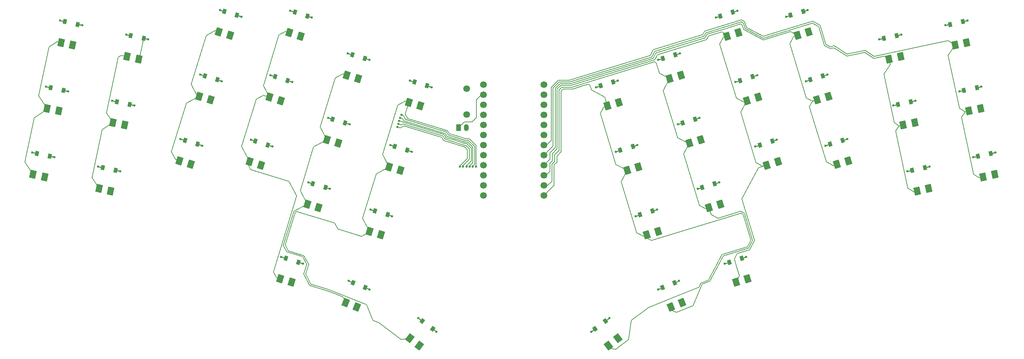
<source format=gbr>
%TF.GenerationSoftware,KiCad,Pcbnew,8.0.6*%
%TF.CreationDate,2025-07-21T16:42:00+02:00*%
%TF.ProjectId,main,6d61696e-2e6b-4696-9361-645f70636258,v1.0.0*%
%TF.SameCoordinates,Original*%
%TF.FileFunction,Copper,L2,Bot*%
%TF.FilePolarity,Positive*%
%FSLAX46Y46*%
G04 Gerber Fmt 4.6, Leading zero omitted, Abs format (unit mm)*
G04 Created by KiCad (PCBNEW 8.0.6) date 2025-07-21 16:42:00*
%MOMM*%
%LPD*%
G01*
G04 APERTURE LIST*
G04 Aperture macros list*
%AMRoundRect*
0 Rectangle with rounded corners*
0 $1 Rounding radius*
0 $2 $3 $4 $5 $6 $7 $8 $9 X,Y pos of 4 corners*
0 Add a 4 corners polygon primitive as box body*
4,1,4,$2,$3,$4,$5,$6,$7,$8,$9,$2,$3,0*
0 Add four circle primitives for the rounded corners*
1,1,$1+$1,$2,$3*
1,1,$1+$1,$4,$5*
1,1,$1+$1,$6,$7*
1,1,$1+$1,$8,$9*
0 Add four rect primitives between the rounded corners*
20,1,$1+$1,$2,$3,$4,$5,0*
20,1,$1+$1,$4,$5,$6,$7,0*
20,1,$1+$1,$6,$7,$8,$9,0*
20,1,$1+$1,$8,$9,$2,$3,0*%
%AMRotRect*
0 Rectangle, with rotation*
0 The origin of the aperture is its center*
0 $1 length*
0 $2 width*
0 $3 Rotation angle, in degrees counterclockwise*
0 Add horizontal line*
21,1,$1,$2,0,0,$3*%
G04 Aperture macros list end*
%TA.AperFunction,ComponentPad*%
%ADD10C,1.400000*%
%TD*%
%TA.AperFunction,SMDPad,CuDef*%
%ADD11RotRect,1.550000X2.000000X17.000000*%
%TD*%
%TA.AperFunction,SMDPad,CuDef*%
%ADD12RotRect,1.550000X2.000000X343.000000*%
%TD*%
%TA.AperFunction,SMDPad,CuDef*%
%ADD13RotRect,1.550000X2.000000X348.000000*%
%TD*%
%TA.AperFunction,SMDPad,CuDef*%
%ADD14RotRect,1.550000X2.000000X22.000000*%
%TD*%
%TA.AperFunction,SMDPad,CuDef*%
%ADD15RotRect,1.550000X2.000000X323.000000*%
%TD*%
%TA.AperFunction,SMDPad,CuDef*%
%ADD16RotRect,1.550000X2.000000X12.000000*%
%TD*%
%TA.AperFunction,SMDPad,CuDef*%
%ADD17RotRect,1.550000X2.000000X338.000000*%
%TD*%
%TA.AperFunction,SMDPad,CuDef*%
%ADD18RotRect,1.550000X2.000000X37.000000*%
%TD*%
%TA.AperFunction,SMDPad,CuDef*%
%ADD19RotRect,0.900000X1.200000X17.000000*%
%TD*%
%TA.AperFunction,SMDPad,CuDef*%
%ADD20RotRect,0.900000X1.200000X12.000000*%
%TD*%
%TA.AperFunction,SMDPad,CuDef*%
%ADD21RotRect,0.900000X1.200000X343.000000*%
%TD*%
%TA.AperFunction,SMDPad,CuDef*%
%ADD22RotRect,0.900000X1.200000X348.000000*%
%TD*%
%TA.AperFunction,SMDPad,CuDef*%
%ADD23RotRect,0.900000X1.200000X323.000000*%
%TD*%
%TA.AperFunction,ComponentPad*%
%ADD24RoundRect,0.240000X-0.360000X-0.635000X0.360000X-0.635000X0.360000X0.635000X-0.360000X0.635000X0*%
%TD*%
%TA.AperFunction,ComponentPad*%
%ADD25O,1.200000X1.750000*%
%TD*%
%TA.AperFunction,SMDPad,CuDef*%
%ADD26RotRect,0.900000X1.200000X22.000000*%
%TD*%
%TA.AperFunction,SMDPad,CuDef*%
%ADD27RotRect,0.900000X1.200000X37.000000*%
%TD*%
%TA.AperFunction,ComponentPad*%
%ADD28C,1.700000*%
%TD*%
%TA.AperFunction,SMDPad,CuDef*%
%ADD29RotRect,0.900000X1.200000X338.000000*%
%TD*%
%TA.AperFunction,ViaPad*%
%ADD30C,0.600000*%
%TD*%
%TA.AperFunction,Conductor*%
%ADD31C,0.200000*%
%TD*%
%TA.AperFunction,Conductor*%
%ADD32C,0.250000*%
%TD*%
G04 APERTURE END LIST*
D10*
%TO.P,CPG1316,1*%
%TO.N,P6*%
X255368691Y-111646613D03*
D11*
X255368691Y-111646613D03*
D10*
%TO.P,CPG1316,2*%
%TO.N,mirror_ring_home*%
X258237602Y-110769495D03*
D11*
X258237602Y-110769495D03*
%TD*%
D10*
%TO.P,CPG1316,1*%
%TO.N,P7*%
X117341952Y-110958296D03*
D12*
X117341952Y-110958296D03*
D10*
%TO.P,CPG1316,2*%
%TO.N,middle_home*%
X120210869Y-111835410D03*
D12*
X120210869Y-111835410D03*
%TD*%
D10*
%TO.P,CPG1316,1*%
%TO.N,P7*%
X122312272Y-94701117D03*
D12*
X122312272Y-94701117D03*
D10*
%TO.P,CPG1316,2*%
%TO.N,middle_top*%
X125181189Y-95578231D03*
D12*
X125181189Y-95578231D03*
%TD*%
D10*
%TO.P,CPG1316,1*%
%TO.N,P8*%
X126874571Y-137923618D03*
D12*
X126874571Y-137923618D03*
D10*
%TO.P,CPG1316,2*%
%TO.N,index_bottom*%
X129743488Y-138800732D03*
D12*
X129743488Y-138800732D03*
%TD*%
D10*
%TO.P,CPG1316,1*%
%TO.N,P7*%
X232679329Y-95578235D03*
D11*
X232679329Y-95578235D03*
D10*
%TO.P,CPG1316,2*%
%TO.N,mirror_middle_top*%
X235548240Y-94701117D03*
D11*
X235548240Y-94701117D03*
%TD*%
D10*
%TO.P,CPG1316,1*%
%TO.N,P5*%
X74377568Y-133985993D03*
D13*
X74377568Y-133985993D03*
D10*
%TO.P,CPG1316,2*%
%TO.N,pinky_bottom*%
X77312008Y-134609731D03*
D13*
X77312008Y-134609731D03*
%TD*%
D10*
%TO.P,CPG1316,1*%
%TO.N,P6*%
X104593234Y-94512337D03*
D12*
X104593234Y-94512337D03*
D10*
%TO.P,CPG1316,2*%
%TO.N,ring_top*%
X107462151Y-95389451D03*
D12*
X107462151Y-95389451D03*
%TD*%
D10*
%TO.P,CPG1316,1*%
%TO.N,P8*%
X228117024Y-138800745D03*
D11*
X228117024Y-138800745D03*
D10*
%TO.P,CPG1316,2*%
%TO.N,mirror_index_bottom*%
X230985935Y-137923627D03*
D11*
X230985935Y-137923627D03*
%TD*%
D10*
%TO.P,CPG1316,1*%
%TO.N,P8*%
X218527225Y-163879309D03*
D14*
X218527225Y-163879309D03*
D10*
%TO.P,CPG1316,2*%
%TO.N,mirror_home_thumb*%
X221308782Y-162755488D03*
D14*
X221308782Y-162755488D03*
%TD*%
D10*
%TO.P,CPG1316,1*%
%TO.N,P9*%
X152487654Y-112292201D03*
D12*
X152487654Y-112292201D03*
D10*
%TO.P,CPG1316,2*%
%TO.N,inner_top*%
X155356571Y-113169315D03*
D12*
X155356571Y-113169315D03*
%TD*%
D10*
%TO.P,CPG1316,1*%
%TO.N,P8*%
X223146705Y-122543566D03*
D11*
X223146705Y-122543566D03*
D10*
%TO.P,CPG1316,2*%
%TO.N,mirror_index_home*%
X226015616Y-121666448D03*
D11*
X226015616Y-121666448D03*
%TD*%
D10*
%TO.P,CPG1316,1*%
%TO.N,P9*%
X152728241Y-171757748D03*
D15*
X152728241Y-171757748D03*
D10*
%TO.P,CPG1316,2*%
%TO.N,far_thumb*%
X155124145Y-173563191D03*
D15*
X155124145Y-173563191D03*
%TD*%
D10*
%TO.P,CPG1316,1*%
%TO.N,P4*%
X61283549Y-113822983D03*
D13*
X61283549Y-113822983D03*
D10*
%TO.P,CPG1316,2*%
%TO.N,outer_home*%
X64217989Y-114446721D03*
D13*
X64217989Y-114446721D03*
%TD*%
D10*
%TO.P,CPG1316,1*%
%TO.N,P6*%
X99622913Y-110769504D03*
D12*
X99622913Y-110769504D03*
D10*
%TO.P,CPG1316,2*%
%TO.N,ring_home*%
X102491830Y-111646618D03*
D12*
X102491830Y-111646618D03*
%TD*%
D10*
%TO.P,CPG1316,1*%
%TO.N,P9*%
X202503954Y-113169318D03*
D11*
X202503954Y-113169318D03*
D10*
%TO.P,CPG1316,2*%
%TO.N,mirror_inner_top*%
X205372865Y-112292200D03*
D11*
X205372865Y-112292200D03*
%TD*%
D10*
%TO.P,CPG1316,1*%
%TO.N,P9*%
X212444581Y-145683684D03*
D11*
X212444581Y-145683684D03*
D10*
%TO.P,CPG1316,2*%
%TO.N,mirror_inner_bottom*%
X215313492Y-144806566D03*
D11*
X215313492Y-144806566D03*
%TD*%
D10*
%TO.P,CPG1316,1*%
%TO.N,P7*%
X237649651Y-111835417D03*
D11*
X237649651Y-111835417D03*
D10*
%TO.P,CPG1316,2*%
%TO.N,mirror_middle_home*%
X240518562Y-110958299D03*
D11*
X240518562Y-110958299D03*
%TD*%
D10*
%TO.P,CPG1316,1*%
%TO.N,P4*%
X290108013Y-97818223D03*
D16*
X290108013Y-97818223D03*
D10*
%TO.P,CPG1316,2*%
%TO.N,mirror_outer_top*%
X293042456Y-97194490D03*
D16*
X293042456Y-97194490D03*
%TD*%
D10*
%TO.P,CPG1316,1*%
%TO.N,P5*%
X280548487Y-134609723D03*
D16*
X280548487Y-134609723D03*
D10*
%TO.P,CPG1316,2*%
%TO.N,mirror_pinky_bottom*%
X283482930Y-133985990D03*
D16*
X283482930Y-133985990D03*
%TD*%
D10*
%TO.P,CPG1316,1*%
%TO.N,P7*%
X120070840Y-156757343D03*
D12*
X120070840Y-156757343D03*
D10*
%TO.P,CPG1316,2*%
%TO.N,near_thumb*%
X122939757Y-157634457D03*
D12*
X122939757Y-157634457D03*
%TD*%
D10*
%TO.P,CPG1316,1*%
%TO.N,P8*%
X218176382Y-106286383D03*
D11*
X218176382Y-106286383D03*
D10*
%TO.P,CPG1316,2*%
%TO.N,mirror_index_top*%
X221045293Y-105409265D03*
D11*
X221045293Y-105409265D03*
%TD*%
D10*
%TO.P,CPG1316,1*%
%TO.N,P4*%
X293642496Y-114446722D03*
D16*
X293642496Y-114446722D03*
D10*
%TO.P,CPG1316,2*%
%TO.N,mirror_outer_home*%
X296576939Y-113822989D03*
D16*
X296576939Y-113822989D03*
%TD*%
D10*
%TO.P,CPG1316,1*%
%TO.N,P9*%
X142547013Y-144806560D03*
D12*
X142547013Y-144806560D03*
D10*
%TO.P,CPG1316,2*%
%TO.N,inner_bottom*%
X145415930Y-145683674D03*
D12*
X145415930Y-145683674D03*
%TD*%
D10*
%TO.P,CPG1316,1*%
%TO.N,P8*%
X131844904Y-121666458D03*
D12*
X131844904Y-121666458D03*
D10*
%TO.P,CPG1316,2*%
%TO.N,index_home*%
X134713821Y-122543572D03*
D12*
X134713821Y-122543572D03*
%TD*%
D10*
%TO.P,CPG1316,1*%
%TO.N,P6*%
X94652591Y-127026700D03*
D12*
X94652591Y-127026700D03*
D10*
%TO.P,CPG1316,2*%
%TO.N,ring_bottom*%
X97521508Y-127903814D03*
D12*
X97521508Y-127903814D03*
%TD*%
D10*
%TO.P,CPG1316,1*%
%TO.N,P7*%
X234920756Y-157634456D03*
D11*
X234920756Y-157634456D03*
D10*
%TO.P,CPG1316,2*%
%TO.N,mirror_near_thumb*%
X237789667Y-156757338D03*
D11*
X237789667Y-156757338D03*
%TD*%
D10*
%TO.P,CPG1316,1*%
%TO.N,P5*%
X277014003Y-117981226D03*
D16*
X277014003Y-117981226D03*
D10*
%TO.P,CPG1316,2*%
%TO.N,mirror_pinky_home*%
X279948446Y-117357493D03*
D16*
X279948446Y-117357493D03*
%TD*%
D10*
%TO.P,CPG1316,1*%
%TO.N,P4*%
X64818055Y-97194481D03*
D13*
X64818055Y-97194481D03*
D10*
%TO.P,CPG1316,2*%
%TO.N,outer_top*%
X67752495Y-97818219D03*
D13*
X67752495Y-97818219D03*
%TD*%
D10*
%TO.P,CPG1316,1*%
%TO.N,P5*%
X81446569Y-100728970D03*
D13*
X81446569Y-100728970D03*
D10*
%TO.P,CPG1316,2*%
%TO.N,pinky_top*%
X84381009Y-101352708D03*
D13*
X84381009Y-101352708D03*
%TD*%
D10*
%TO.P,CPG1316,1*%
%TO.N,P8*%
X136551734Y-162755496D03*
D17*
X136551734Y-162755496D03*
D10*
%TO.P,CPG1316,2*%
%TO.N,home_thumb*%
X139333287Y-163879311D03*
D17*
X139333287Y-163879311D03*
%TD*%
D10*
%TO.P,CPG1316,1*%
%TO.N,P9*%
X207474261Y-129426488D03*
D11*
X207474261Y-129426488D03*
D10*
%TO.P,CPG1316,2*%
%TO.N,mirror_inner_home*%
X210343172Y-128549370D03*
D11*
X210343172Y-128549370D03*
%TD*%
D10*
%TO.P,CPG1316,1*%
%TO.N,P6*%
X260339000Y-127903811D03*
D11*
X260339000Y-127903811D03*
D10*
%TO.P,CPG1316,2*%
%TO.N,mirror_ring_bottom*%
X263207911Y-127026693D03*
D11*
X263207911Y-127026693D03*
%TD*%
D10*
%TO.P,CPG1316,1*%
%TO.N,P9*%
X147517340Y-128549381D03*
D12*
X147517340Y-128549381D03*
D10*
%TO.P,CPG1316,2*%
%TO.N,inner_home*%
X150386257Y-129426495D03*
D12*
X150386257Y-129426495D03*
%TD*%
D10*
%TO.P,CPG1316,1*%
%TO.N,P4*%
X297177004Y-131075225D03*
D16*
X297177004Y-131075225D03*
D10*
%TO.P,CPG1316,2*%
%TO.N,mirror_outer_bottom*%
X300111447Y-130451492D03*
D16*
X300111447Y-130451492D03*
%TD*%
D10*
%TO.P,CPG1316,1*%
%TO.N,P8*%
X136815223Y-105409284D03*
D12*
X136815223Y-105409284D03*
D10*
%TO.P,CPG1316,2*%
%TO.N,index_top*%
X139684140Y-106286398D03*
D12*
X139684140Y-106286398D03*
%TD*%
D10*
%TO.P,CPG1316,1*%
%TO.N,P6*%
X250398368Y-95389438D03*
D11*
X250398368Y-95389438D03*
D10*
%TO.P,CPG1316,2*%
%TO.N,mirror_ring_top*%
X253267279Y-94512320D03*
D11*
X253267279Y-94512320D03*
%TD*%
D10*
%TO.P,CPG1316,1*%
%TO.N,P7*%
X112371623Y-127215492D03*
D12*
X112371623Y-127215492D03*
D10*
%TO.P,CPG1316,2*%
%TO.N,middle_bottom*%
X115240540Y-128092606D03*
D12*
X115240540Y-128092606D03*
%TD*%
D10*
%TO.P,CPG1316,1*%
%TO.N,P9*%
X202736364Y-173563198D03*
D18*
X202736364Y-173563198D03*
D10*
%TO.P,CPG1316,2*%
%TO.N,mirror_far_thumb*%
X205132273Y-171757754D03*
D18*
X205132273Y-171757754D03*
%TD*%
D10*
%TO.P,CPG1316,1*%
%TO.N,P5*%
X273479508Y-101352715D03*
D16*
X273479508Y-101352715D03*
D10*
%TO.P,CPG1316,2*%
%TO.N,mirror_pinky_top*%
X276413951Y-100728982D03*
D16*
X276413951Y-100728982D03*
%TD*%
D10*
%TO.P,CPG1316,1*%
%TO.N,P4*%
X57749062Y-130451492D03*
D13*
X57749062Y-130451492D03*
D10*
%TO.P,CPG1316,2*%
%TO.N,outer_bottom*%
X60683502Y-131075230D03*
D13*
X60683502Y-131075230D03*
%TD*%
D19*
%TO.P,D34,1*%
%TO.N,P2*%
X226409368Y-133728372D03*
%TO.P,D34,2*%
%TO.N,mirror_index_bottom*%
X229565184Y-132763546D03*
%TD*%
D20*
%TO.P,D26,1*%
%TO.N,P0*%
X275754947Y-112779311D03*
%TO.P,D26,2*%
%TO.N,mirror_pinky_home*%
X278982843Y-112093213D03*
%TD*%
D21*
%TO.P,D10,1*%
%TO.N,P19*%
X113792384Y-122055404D03*
%TO.P,D10,2*%
%TO.N,middle_bottom*%
X116948178Y-123020222D03*
%TD*%
D19*
%TO.P,D29,1*%
%TO.N,P0*%
X253661050Y-106574237D03*
%TO.P,D29,2*%
%TO.N,mirror_ring_home*%
X256816866Y-105609411D03*
%TD*%
D20*
%TO.P,D25,1*%
%TO.N,P2*%
X279289451Y-129407820D03*
%TO.P,D25,2*%
%TO.N,mirror_pinky_bottom*%
X282517347Y-128721722D03*
%TD*%
D21*
%TO.P,D16,1*%
%TO.N,P19*%
X143967775Y-139646473D03*
%TO.P,D16,2*%
%TO.N,inner_bottom*%
X147123569Y-140611291D03*
%TD*%
%TO.P,D9,1*%
%TO.N,P21*%
X106013978Y-89352238D03*
%TO.P,D9,2*%
%TO.N,ring_top*%
X109169772Y-90317056D03*
%TD*%
D22*
%TO.P,D3,1*%
%TO.N,P21*%
X65783647Y-91930199D03*
%TO.P,D3,2*%
%TO.N,outer_top*%
X69011565Y-92616311D03*
%TD*%
%TO.P,D2,1*%
%TO.N,P20*%
X62249149Y-108558715D03*
%TO.P,D2,2*%
%TO.N,outer_home*%
X65477067Y-109244827D03*
%TD*%
D23*
%TO.P,D21,1*%
%TO.N,P18*%
X155828152Y-167394793D03*
%TO.P,D21,2*%
%TO.N,far_thumb*%
X158463646Y-169380761D03*
%TD*%
D19*
%TO.P,D35,1*%
%TO.N,P0*%
X221439059Y-117471187D03*
%TO.P,D35,2*%
%TO.N,mirror_index_home*%
X224594875Y-116506361D03*
%TD*%
D21*
%TO.P,D12,1*%
%TO.N,P21*%
X123733006Y-89541039D03*
%TO.P,D12,2*%
%TO.N,middle_top*%
X126888800Y-90505857D03*
%TD*%
D20*
%TO.P,D23,1*%
%TO.N,P0*%
X292383461Y-109244815D03*
%TO.P,D23,2*%
%TO.N,mirror_outer_home*%
X295611357Y-108558717D03*
%TD*%
D19*
%TO.P,D33,1*%
%TO.N,P1*%
X230971692Y-90505865D03*
%TO.P,D33,2*%
%TO.N,mirror_middle_top*%
X234127508Y-89541039D03*
%TD*%
D24*
%TO.P,JST1,1*%
%TO.N,GND*%
X164974994Y-118674999D03*
D25*
%TO.P,JST1,2*%
%TO.N,BAT_P*%
X166974988Y-118675007D03*
%TD*%
D22*
%TO.P,D4,1*%
%TO.N,P19*%
X75343162Y-128721729D03*
%TO.P,D4,2*%
%TO.N,pinky_bottom*%
X78571080Y-129407841D03*
%TD*%
D19*
%TO.P,D36,1*%
%TO.N,P1*%
X216468735Y-101214008D03*
%TO.P,D36,2*%
%TO.N,mirror_index_top*%
X219624551Y-100249182D03*
%TD*%
D26*
%TO.P,D41,1*%
%TO.N,P3*%
X216384021Y-158975081D03*
%TO.P,D41,2*%
%TO.N,mirror_home_thumb*%
X219443711Y-157738873D03*
%TD*%
D21*
%TO.P,D14,1*%
%TO.N,P20*%
X133265660Y-116506373D03*
%TO.P,D14,2*%
%TO.N,index_home*%
X136421454Y-117471191D03*
%TD*%
D27*
%TO.P,D42,1*%
%TO.N,P3*%
X199396859Y-169380777D03*
%TO.P,D42,2*%
%TO.N,mirror_far_thumb*%
X202032367Y-167394767D03*
%TD*%
D19*
%TO.P,D30,1*%
%TO.N,P1*%
X248690734Y-90317066D03*
%TO.P,D30,2*%
%TO.N,mirror_ring_top*%
X251846550Y-89352240D03*
%TD*%
D20*
%TO.P,D22,1*%
%TO.N,P2*%
X295917966Y-125873331D03*
%TO.P,D22,2*%
%TO.N,mirror_outer_bottom*%
X299145862Y-125187233D03*
%TD*%
D21*
%TO.P,D7,1*%
%TO.N,P19*%
X96073338Y-121866595D03*
%TO.P,D7,2*%
%TO.N,ring_bottom*%
X99229132Y-122831413D03*
%TD*%
D19*
%TO.P,D28,1*%
%TO.N,P2*%
X258631370Y-122831424D03*
%TO.P,D28,2*%
%TO.N,mirror_ring_bottom*%
X261787186Y-121866598D03*
%TD*%
%TO.P,D31,1*%
%TO.N,P2*%
X240912332Y-123020218D03*
%TO.P,D31,2*%
%TO.N,mirror_middle_bottom*%
X244068148Y-122055392D03*
%TD*%
D22*
%TO.P,D6,1*%
%TO.N,P21*%
X82412158Y-95464702D03*
%TO.P,D6,2*%
%TO.N,pinky_top*%
X85640076Y-96150814D03*
%TD*%
D19*
%TO.P,D37,1*%
%TO.N,P2*%
X210736936Y-140611295D03*
%TO.P,D37,2*%
%TO.N,mirror_inner_bottom*%
X213892752Y-139646469D03*
%TD*%
%TO.P,D40,1*%
%TO.N,P3*%
X233213112Y-152562090D03*
%TO.P,D40,2*%
%TO.N,mirror_near_thumb*%
X236368928Y-151597264D03*
%TD*%
D22*
%TO.P,D5,1*%
%TO.N,P20*%
X78877653Y-112093218D03*
%TO.P,D5,2*%
%TO.N,pinky_home*%
X82105571Y-112779330D03*
%TD*%
D21*
%TO.P,D19,1*%
%TO.N,P18*%
X121491593Y-151597272D03*
%TO.P,D19,2*%
%TO.N,near_thumb*%
X124647387Y-152562090D03*
%TD*%
D19*
%TO.P,D38,1*%
%TO.N,P0*%
X205766622Y-124354121D03*
%TO.P,D38,2*%
%TO.N,mirror_inner_home*%
X208922438Y-123389295D03*
%TD*%
D28*
%TO.P,RST1,1*%
%TO.N,RST*%
X167074990Y-115349994D03*
%TO.P,RST1,2*%
%TO.N,GND*%
X167075004Y-108850000D03*
%TD*%
D21*
%TO.P,D13,1*%
%TO.N,P19*%
X128295332Y-132763541D03*
%TO.P,D13,2*%
%TO.N,index_bottom*%
X131451126Y-133728359D03*
%TD*%
D19*
%TO.P,D39,1*%
%TO.N,P1*%
X200796290Y-108096937D03*
%TO.P,D39,2*%
%TO.N,mirror_inner_top*%
X203952106Y-107132111D03*
%TD*%
D20*
%TO.P,D27,1*%
%TO.N,P1*%
X272220456Y-96150798D03*
%TO.P,D27,2*%
%TO.N,mirror_pinky_top*%
X275448352Y-95464700D03*
%TD*%
D21*
%TO.P,D15,1*%
%TO.N,P21*%
X138235974Y-100249181D03*
%TO.P,D15,2*%
%TO.N,index_top*%
X141391768Y-101213999D03*
%TD*%
%TO.P,D17,1*%
%TO.N,P20*%
X148938090Y-123389298D03*
%TO.P,D17,2*%
%TO.N,inner_home*%
X152093884Y-124354116D03*
%TD*%
%TO.P,D8,1*%
%TO.N,P20*%
X101043666Y-105609426D03*
%TO.P,D8,2*%
%TO.N,ring_home*%
X104199460Y-106574244D03*
%TD*%
%TO.P,D11,1*%
%TO.N,P20*%
X118762693Y-105798218D03*
%TO.P,D11,2*%
%TO.N,middle_home*%
X121918487Y-106763036D03*
%TD*%
D19*
%TO.P,D32,1*%
%TO.N,P0*%
X235942017Y-106763039D03*
%TO.P,D32,2*%
%TO.N,mirror_middle_home*%
X239097833Y-105798213D03*
%TD*%
D22*
%TO.P,D1,1*%
%TO.N,P19*%
X58714652Y-125187219D03*
%TO.P,D1,2*%
%TO.N,outer_bottom*%
X61942570Y-125873331D03*
%TD*%
D21*
%TO.P,D18,1*%
%TO.N,P21*%
X153908407Y-107132118D03*
%TO.P,D18,2*%
%TO.N,inner_top*%
X157064201Y-108096936D03*
%TD*%
D29*
%TO.P,D20,1*%
%TO.N,P18*%
X138416791Y-157738879D03*
%TO.P,D20,2*%
%TO.N,home_thumb*%
X141476501Y-158975077D03*
%TD*%
D20*
%TO.P,D24,1*%
%TO.N,P1*%
X288848963Y-92616310D03*
%TO.P,D24,2*%
%TO.N,mirror_outer_top*%
X292076859Y-91930212D03*
%TD*%
D28*
%TO.P,MCU1,1*%
%TO.N,P1*%
X186524991Y-107835002D03*
%TO.P,MCU1,2*%
%TO.N,P0*%
X186524986Y-110374998D03*
%TO.P,MCU1,3*%
%TO.N,GND*%
X186524994Y-112915006D03*
%TO.P,MCU1,4*%
X186524998Y-115455002D03*
%TO.P,MCU1,5*%
%TO.N,P2*%
X186525000Y-117995010D03*
%TO.P,MCU1,6*%
%TO.N,P3*%
X186524999Y-120534998D03*
%TO.P,MCU1,7*%
%TO.N,P4*%
X186524987Y-123075007D03*
%TO.P,MCU1,8*%
%TO.N,P5*%
X186524993Y-125615004D03*
%TO.P,MCU1,9*%
%TO.N,P6*%
X186524988Y-128155002D03*
%TO.P,MCU1,10*%
%TO.N,P7*%
X186524994Y-130695012D03*
%TO.P,MCU1,11*%
%TO.N,P8*%
X186524993Y-133234994D03*
%TO.P,MCU1,12*%
%TO.N,P9*%
X186524994Y-135775006D03*
%TO.P,MCU1,13*%
%TO.N,P10*%
X171284993Y-135775002D03*
%TO.P,MCU1,14*%
%TO.N,P16*%
X171284995Y-133235000D03*
%TO.P,MCU1,15*%
%TO.N,P14*%
X171285000Y-130695004D03*
%TO.P,MCU1,16*%
%TO.N,P15*%
X171284992Y-128154996D03*
%TO.P,MCU1,17*%
%TO.N,P18*%
X171284988Y-125615000D03*
%TO.P,MCU1,18*%
%TO.N,P19*%
X171284986Y-123074992D03*
%TO.P,MCU1,19*%
%TO.N,P20*%
X171284987Y-120535004D03*
%TO.P,MCU1,20*%
%TO.N,P21*%
X171284999Y-117994995D03*
%TO.P,MCU1,21*%
%TO.N,VCC*%
X171284993Y-115454998D03*
%TO.P,MCU1,22*%
%TO.N,RST*%
X171284998Y-112915000D03*
%TO.P,MCU1,23*%
%TO.N,GND*%
X171284992Y-110374990D03*
%TO.P,MCU1,24*%
%TO.N,RAW*%
X171284993Y-107835008D03*
%TD*%
D10*
%TO.P,CPG1316,1*%
%TO.N,P5*%
X77912084Y-117357488D03*
D13*
X77912084Y-117357488D03*
D10*
%TO.P,CPG1316,2*%
%TO.N,pinky_home*%
X80846524Y-117981226D03*
D13*
X80846524Y-117981226D03*
%TD*%
D10*
%TO.P,CPG1316,1*%
%TO.N,P7*%
X242619972Y-128092594D03*
D11*
X242619972Y-128092594D03*
D10*
%TO.P,CPG1316,2*%
%TO.N,mirror_middle_bottom*%
X245488883Y-127215476D03*
D11*
X245488883Y-127215476D03*
%TD*%
D30*
%TO.N,P4*%
X165349999Y-128500006D03*
X149586281Y-118513270D03*
%TO.N,outer_bottom*%
X63116333Y-126122833D03*
%TO.N,outer_home*%
X66650829Y-109494315D03*
%TO.N,outer_top*%
X70185324Y-92865810D03*
%TO.N,P5*%
X166150003Y-128500000D03*
X149820190Y-117748216D03*
%TO.N,pinky_bottom*%
X79744840Y-129657331D03*
%TO.N,pinky_home*%
X83279342Y-113028815D03*
%TO.N,pinky_top*%
X86813844Y-96400306D03*
%TO.N,P6*%
X150054084Y-116983172D03*
X167000004Y-128500006D03*
%TO.N,ring_bottom*%
X100376714Y-123182267D03*
%TO.N,ring_home*%
X105347015Y-106925099D03*
%TO.N,ring_top*%
X110317349Y-90667915D03*
%TO.N,P7*%
X167799996Y-128499997D03*
X150287989Y-116218126D03*
%TO.N,middle_bottom*%
X118095744Y-123371065D03*
%TO.N,middle_home*%
X123066059Y-107113886D03*
%TO.N,middle_top*%
X128036379Y-90856704D03*
%TO.N,P8*%
X168600007Y-128500002D03*
X150584310Y-115419898D03*
%TO.N,index_bottom*%
X132598686Y-134079222D03*
%TO.N,index_home*%
X137569003Y-117822032D03*
%TO.N,index_top*%
X142539326Y-101564850D03*
%TO.N,P9*%
X169449998Y-128499996D03*
%TO.N,inner_bottom*%
X148271134Y-140962135D03*
%TO.N,inner_home*%
X153241452Y-124704965D03*
%TO.N,inner_top*%
X158211773Y-108447785D03*
%TO.N,near_thumb*%
X125794954Y-152912951D03*
%TO.N,home_thumb*%
X142589115Y-159424595D03*
%TO.N,far_thumb*%
X159422014Y-170102954D03*
%TO.N,mirror_outer_bottom*%
X300319627Y-124937732D03*
%TO.N,mirror_outer_home*%
X296785119Y-108309216D03*
%TO.N,mirror_outer_top*%
X293250632Y-91680716D03*
%TO.N,mirror_pinky_bottom*%
X283691103Y-128472234D03*
%TO.N,mirror_pinky_home*%
X280156609Y-111843712D03*
%TO.N,mirror_pinky_top*%
X276622107Y-95215212D03*
%TO.N,mirror_ring_bottom*%
X262934751Y-121515749D03*
%TO.N,mirror_ring_home*%
X257964427Y-105258570D03*
%TO.N,mirror_ring_top*%
X252994113Y-89001387D03*
%TO.N,mirror_middle_bottom*%
X245215700Y-121704543D03*
%TO.N,mirror_middle_home*%
X240245385Y-105447364D03*
%TO.N,mirror_middle_top*%
X235275059Y-89190184D03*
%TO.N,mirror_index_bottom*%
X230712755Y-132412696D03*
%TO.N,mirror_index_home*%
X225742423Y-116155516D03*
%TO.N,mirror_index_top*%
X220772108Y-99898336D03*
%TO.N,mirror_inner_bottom*%
X215040325Y-139295620D03*
%TO.N,mirror_inner_home*%
X210069996Y-123038443D03*
%TO.N,mirror_inner_top*%
X205099682Y-106781261D03*
%TO.N,mirror_near_thumb*%
X237516491Y-151246431D03*
%TO.N,mirror_home_thumb*%
X220556336Y-157289346D03*
%TO.N,mirror_far_thumb*%
X202990727Y-166672612D03*
%TO.N,P19*%
X112644802Y-121704540D03*
X74169403Y-128472223D03*
X127147756Y-132412695D03*
X94925762Y-121515746D03*
X57540888Y-124937734D03*
X142820193Y-139295616D03*
%TO.N,P20*%
X99896082Y-105258576D03*
X77703895Y-111843716D03*
X147790519Y-123038450D03*
X61075401Y-108309220D03*
X117615119Y-105447369D03*
X132118087Y-116155519D03*
%TO.N,P21*%
X137088393Y-99898328D03*
X64609887Y-91680709D03*
X104866407Y-89001389D03*
X152760824Y-106781265D03*
X122585442Y-89190193D03*
X81238399Y-95215201D03*
%TO.N,P18*%
X137304159Y-157289353D03*
X120344023Y-151246412D03*
X154869777Y-166672603D03*
%TO.N,P2*%
X278115669Y-129657331D03*
X257483798Y-123182275D03*
X239764759Y-123371073D03*
X294744184Y-126122828D03*
X209589392Y-140962135D03*
X225261818Y-134079213D03*
%TO.N,P0*%
X220291496Y-117822023D03*
X204619056Y-124704961D03*
X252513482Y-106925089D03*
X274581172Y-113028825D03*
X234794441Y-107113889D03*
X291209684Y-109494310D03*
%TO.N,P1*%
X229824131Y-90856716D03*
X287675175Y-92865809D03*
X271046672Y-96400302D03*
X199648743Y-108447781D03*
X215321184Y-101564860D03*
X247543168Y-90667912D03*
%TO.N,P3*%
X215271399Y-159424609D03*
X198438498Y-170102950D03*
X232065554Y-152912951D03*
%TD*%
D31*
%TO.N,P7*%
X119114533Y-156464979D02*
X119037116Y-156319376D01*
X119037116Y-156319376D02*
X118347212Y-155021847D01*
X120070841Y-156757343D02*
X119114526Y-156464967D01*
X119114526Y-156464967D02*
X119037116Y-156319376D01*
%TO.N,P9*%
X202736363Y-173563199D02*
X203344798Y-174370621D01*
X203344798Y-174370621D02*
X204591876Y-174545887D01*
%TO.N,P8*%
X219935920Y-165229424D02*
X224082730Y-163554003D01*
X218527231Y-163879309D02*
X218894029Y-164787167D01*
X218894029Y-164787167D02*
X219935920Y-165229424D01*
X224082730Y-163554003D02*
X226380847Y-158139997D01*
%TO.N,P9*%
X225611086Y-158849534D02*
X226046596Y-157823540D01*
X217610652Y-162081918D02*
X225611086Y-158849534D01*
%TO.N,P5*%
X267369216Y-99689265D02*
X269696866Y-101200847D01*
X269696866Y-101200847D02*
X272370539Y-100632539D01*
X272370539Y-100632539D02*
X273479506Y-101352715D01*
%TO.N,P4*%
X290108015Y-97818222D02*
X288400635Y-100447361D01*
X291221286Y-113717498D02*
X292664364Y-114654637D01*
X291221286Y-113717498D02*
X288400635Y-100447361D01*
X296166184Y-131290086D02*
X294805183Y-130406243D01*
X291754788Y-116055254D02*
X292093072Y-115534338D01*
X292093072Y-115534338D02*
X292664364Y-114654637D01*
X294805183Y-130406243D02*
X291754788Y-116055254D01*
X297177002Y-131075226D02*
X296198862Y-131283136D01*
X296198862Y-131283136D02*
X296198858Y-131283133D01*
X293642497Y-114446724D02*
X292664364Y-114654637D01*
X281511485Y-98165623D02*
X288391185Y-96703299D01*
X288391185Y-96703299D02*
X290108015Y-97818222D01*
%TO.N,P5*%
X277014003Y-117981230D02*
X276035852Y-118189140D01*
X276035852Y-118189140D02*
X276035843Y-118189130D01*
X279551301Y-134728060D02*
X278239636Y-133876246D01*
X275166092Y-119528429D02*
X276035843Y-118189130D01*
X278239636Y-133876246D02*
X278211998Y-133858299D01*
X278211998Y-133858299D02*
X275166092Y-119528429D01*
X280548489Y-134609723D02*
X279659919Y-134798593D01*
X279659919Y-134798593D02*
X279551301Y-134728060D01*
X273775075Y-102743251D02*
X272210800Y-105152021D01*
X274813147Y-117395101D02*
X276035843Y-118189130D01*
X272210800Y-105152021D02*
X274813147Y-117395101D01*
X273479506Y-101352715D02*
X273775075Y-102743251D01*
%TO.N,P4*%
X269773718Y-100660566D02*
X281511485Y-98165623D01*
%TO.N,P6*%
X260338999Y-127903812D02*
X259382713Y-128196179D01*
X259382713Y-128196179D02*
X259382703Y-128196174D01*
X254233351Y-111993720D02*
X252665304Y-111159976D01*
X255368690Y-111646615D02*
X254233351Y-111993720D01*
X248484386Y-97484813D02*
X252665304Y-111159976D01*
X255368690Y-111646615D02*
X254174502Y-112011715D01*
X254174502Y-112011715D02*
X253439711Y-113393660D01*
%TO.N,P4*%
X256098587Y-92804118D02*
X257582377Y-97657367D01*
X244287315Y-94872793D02*
X254256792Y-91824814D01*
X254256792Y-91824814D02*
X256098587Y-92804118D01*
%TO.N,P5*%
X255757945Y-93143543D02*
X257234417Y-97972874D01*
X241789043Y-96107153D02*
X254197099Y-92313627D01*
X254197099Y-92313627D02*
X255757945Y-93143543D01*
%TO.N,P6*%
X249442424Y-95683014D02*
X248982335Y-96548310D01*
X248982335Y-96548310D02*
X248484386Y-97484813D01*
X250398366Y-95389441D02*
X249443252Y-95681446D01*
X249443252Y-95681446D02*
X248982335Y-96548310D01*
X241769856Y-96557438D02*
X248643005Y-94456096D01*
X248643005Y-94456096D02*
X250398366Y-95389441D01*
%TO.N,P5*%
X186525007Y-125615004D02*
X188824995Y-123315002D01*
X188825002Y-108700006D02*
X188825004Y-108675007D01*
X188824995Y-123315002D02*
X188825002Y-108700006D01*
X214438581Y-99423557D02*
X226822729Y-95637347D01*
X190350003Y-107150004D02*
X193068628Y-107150009D01*
X257234417Y-97972874D02*
X258764045Y-98786193D01*
X213681124Y-100848127D02*
X214438581Y-99423557D01*
X236776218Y-92280554D02*
X237200159Y-93667197D01*
X227287485Y-94763268D02*
X231877744Y-93359887D01*
X231877744Y-93359887D02*
X236276740Y-92014977D01*
X259634758Y-98544828D02*
X262869740Y-100645653D01*
X188825004Y-108675007D02*
X190350003Y-107150004D01*
X236276740Y-92014977D02*
X236776218Y-92280554D01*
X237200159Y-93667197D02*
X241789043Y-96107153D01*
X193068628Y-107150009D02*
X213681124Y-100848127D01*
X258764045Y-98786193D02*
X259368223Y-98601479D01*
X259368223Y-98601479D02*
X259634758Y-98544828D01*
X226822729Y-95637347D02*
X227287485Y-94763268D01*
X262869740Y-100645653D02*
X267369216Y-99689265D01*
%TO.N,P4*%
X214060631Y-99042405D02*
X226540416Y-95226964D01*
X241777014Y-95640265D02*
X244287315Y-94872793D01*
X188349994Y-108500002D02*
X190150005Y-106699998D01*
X190150005Y-106699998D02*
X192850001Y-106700001D01*
X192850001Y-106700001D02*
X213315968Y-100442938D01*
X236329136Y-91502267D02*
X237078337Y-91900623D01*
X213315968Y-100442938D02*
X214060631Y-99042405D01*
X226540416Y-95226964D02*
X227005159Y-94352889D01*
X237078337Y-91900623D02*
X237531513Y-93382893D01*
X187175002Y-123075000D02*
X188349998Y-121900003D01*
X257582377Y-97657367D02*
X258768618Y-98288104D01*
X262912512Y-100125397D02*
X267460903Y-99158612D01*
X227005159Y-94352889D02*
X236329136Y-91502267D01*
X237531513Y-93382893D02*
X241777014Y-95640265D01*
X258768618Y-98288104D02*
X259605073Y-98032375D01*
X259605073Y-98032375D02*
X259668704Y-98018847D01*
X259668704Y-98018847D02*
X262912512Y-100125397D01*
X188349998Y-121900003D02*
X188349994Y-108500002D01*
X267460903Y-99158612D02*
X269773718Y-100660566D01*
%TO.N,P8*%
X237044773Y-140257724D02*
X239126562Y-147066947D01*
X237044773Y-140257724D02*
X236096635Y-139753591D01*
X236096635Y-139753591D02*
X230363265Y-141506459D01*
X228668792Y-140605493D02*
X228117025Y-138800746D01*
X230363265Y-141506459D02*
X228668792Y-140605493D01*
%TO.N,P9*%
X238695601Y-147025440D02*
X236710695Y-140533119D01*
X213572594Y-147084297D02*
X236086352Y-140201150D01*
X236086352Y-140201150D02*
X236710695Y-140533119D01*
%TO.N,P7*%
X236376881Y-136635416D02*
X240589019Y-128713519D01*
X242619972Y-128092593D02*
X240589019Y-128713519D01*
X231723032Y-95870611D02*
X230818833Y-97571160D01*
X234992799Y-111223594D02*
X236693349Y-112127790D01*
X236693349Y-112127790D02*
X237649649Y-111835418D01*
X230818833Y-97571160D02*
X234992799Y-111223594D01*
X232679329Y-95578236D02*
X231723032Y-95870611D01*
X231366550Y-94509585D02*
X230553689Y-94758105D01*
X231366550Y-94509585D02*
X232544017Y-95135657D01*
X229967656Y-94937268D02*
X230553688Y-94758101D01*
X230553689Y-94758105D02*
X230553688Y-94758101D01*
%TO.N,P6*%
X236868798Y-93951500D02*
X241769856Y-96557438D01*
X236868798Y-93951500D02*
X236488714Y-92708302D01*
X236488714Y-92708302D02*
X236145336Y-92525724D01*
X227586411Y-95142443D02*
X231674610Y-93892562D01*
X231674610Y-93892562D02*
X236145336Y-92525724D01*
%TO.N,P7*%
X236376881Y-136635416D02*
X239571037Y-147083044D01*
X239571037Y-147083044D02*
X238309554Y-149455526D01*
X235235454Y-154238290D02*
X235779812Y-156018804D01*
X238309554Y-149455526D02*
X235201570Y-150405734D01*
X235779812Y-156018804D02*
X234920755Y-157634460D01*
X235201570Y-150405734D02*
X234479120Y-151764451D01*
X234479120Y-151764451D02*
X235235454Y-154238290D01*
X241651982Y-128388534D02*
X240661450Y-127861854D01*
X241651991Y-128388534D02*
X240661450Y-127861854D01*
X240661450Y-127861854D02*
X239974680Y-127496690D01*
X242619972Y-128092593D02*
X241651991Y-128388534D01*
X236085770Y-114776648D02*
X239974680Y-127496690D01*
X237649649Y-111835418D02*
X236085770Y-114776648D01*
%TO.N,P9*%
X212444581Y-145683684D02*
X212736950Y-146639981D01*
X212736950Y-146639981D02*
X213572594Y-147084297D01*
X212444581Y-145683684D02*
X211488285Y-145976053D01*
X211488285Y-145976053D02*
X211488278Y-145976049D01*
X209912594Y-145138250D02*
X205972530Y-132250837D01*
X207474262Y-129426493D02*
X205972530Y-132250837D01*
X200722393Y-115013764D02*
X204673500Y-127937304D01*
X207474262Y-129426493D02*
X204673500Y-127937304D01*
X201053936Y-114390204D02*
X201547634Y-113461694D01*
X200722393Y-115013764D02*
X201053936Y-114390204D01*
X202503955Y-113169322D02*
X201547634Y-113461694D01*
X197701455Y-107722485D02*
X196458272Y-108102564D01*
X193850003Y-108899997D02*
X191399994Y-108900003D01*
X190849992Y-109449999D02*
X190850003Y-110049995D01*
X202503955Y-113169322D02*
X201827756Y-110957575D01*
X198496305Y-109186212D02*
X198116221Y-107943019D01*
X201827756Y-110957575D02*
X198496305Y-109186212D01*
X198116221Y-107943019D02*
X197701455Y-107722485D01*
X190850003Y-110049995D02*
X190850004Y-124750000D01*
X189775013Y-125825001D02*
X189774996Y-127349990D01*
X196458272Y-108102564D02*
X193850003Y-108899997D01*
X191399994Y-108900003D02*
X190849992Y-109449999D01*
X190850004Y-124750000D02*
X189775013Y-125825001D01*
X189774996Y-127349990D02*
X189049999Y-128075002D01*
X189049999Y-128075002D02*
X189050001Y-133250011D01*
X189050001Y-133250011D02*
X186525007Y-135774999D01*
%TO.N,P8*%
X190300003Y-124424999D02*
X190299996Y-109149998D01*
X190299993Y-109150001D02*
X191000003Y-108450000D01*
X187464999Y-133234999D02*
X188524994Y-132174999D01*
X189249996Y-125474994D02*
X190300003Y-124424999D01*
X189249999Y-127174993D02*
X189249996Y-125474994D01*
X186525012Y-133235009D02*
X187464999Y-133234999D01*
X188524994Y-132174999D02*
X188524999Y-127899998D01*
X188524999Y-127899998D02*
X189249999Y-127174993D01*
X190299996Y-109149998D02*
X190299993Y-109150001D01*
X191000003Y-108450000D02*
X193549990Y-108450005D01*
X193549990Y-108450005D02*
X200569009Y-106304074D01*
X200569009Y-106304074D02*
X200569261Y-106304210D01*
X200569261Y-106304210D02*
X214387874Y-102079442D01*
X214387874Y-102079442D02*
X214824906Y-102311817D01*
X214824906Y-102311817D02*
X215625357Y-104929979D01*
X215625357Y-104929979D02*
X218176384Y-106286382D01*
X222913735Y-122614791D02*
X220190647Y-121166903D01*
X216566753Y-109313656D02*
X220190647Y-121166903D01*
X216566753Y-109313656D02*
X218176384Y-106286382D01*
X225733505Y-138334264D02*
X221731588Y-125244548D01*
X221723911Y-125219447D02*
X223146704Y-122543565D01*
X221731588Y-125244548D02*
X221723911Y-125219447D01*
X227160710Y-139093121D02*
X226349847Y-138661981D01*
X226349847Y-138661981D02*
X225733505Y-138334264D01*
X228117025Y-138800746D02*
X227160709Y-139093124D01*
X227160709Y-139093124D02*
X226349847Y-138661981D01*
%TO.N,P9*%
X144906833Y-167828691D02*
X150530714Y-172066588D01*
X152728236Y-171757745D02*
X150530714Y-172066588D01*
%TO.N,P8*%
X134416267Y-160759071D02*
X135970921Y-161387189D01*
X135970921Y-161387189D02*
X136551730Y-162755496D01*
%TO.N,P9*%
X121315361Y-148220713D02*
X122095480Y-149687910D01*
X127769816Y-158062877D02*
X132247834Y-159431941D01*
X124234505Y-139780392D02*
X123830076Y-139995431D01*
X134604630Y-144257976D02*
X133774714Y-142697126D01*
X126016329Y-150886645D02*
X127211411Y-153134250D01*
X121315361Y-148220713D02*
X123830076Y-139995431D01*
X133774714Y-142697126D02*
X124234505Y-139780392D01*
X139242711Y-145675984D02*
X134604630Y-144257976D01*
X122095480Y-149687910D02*
X126016329Y-150886645D01*
X126465859Y-155572831D02*
X126458560Y-155596737D01*
X127211411Y-153134250D02*
X126465859Y-155572831D01*
X126458560Y-155596737D02*
X127769816Y-158062877D01*
X132247834Y-159431941D02*
X136890878Y-161307865D01*
X136890878Y-161307865D02*
X141776695Y-163281865D01*
X141776695Y-163281865D02*
X143458285Y-167243438D01*
X143458285Y-167243438D02*
X144906833Y-167828691D01*
%TO.N,P4*%
X58043171Y-116156144D02*
X55683360Y-127258116D01*
X57751058Y-130442089D02*
X55683360Y-127258116D01*
X61227118Y-114088460D02*
X58043171Y-116156144D01*
X59177349Y-110579728D02*
X61782695Y-98322539D01*
X61283545Y-113822988D02*
X59177349Y-110579728D01*
X64818049Y-97194478D02*
X63839918Y-96986572D01*
X63839918Y-96986572D02*
X63839909Y-96986571D01*
%TO.N,P5*%
X80336863Y-100493101D02*
X80000271Y-100421566D01*
X80000271Y-100421566D02*
X79281650Y-100888232D01*
X79281650Y-100888232D02*
X76306517Y-114885137D01*
X76306517Y-114885137D02*
X77912080Y-117357491D01*
X80336863Y-100493101D02*
X81446568Y-100728974D01*
X72598711Y-131246798D02*
X75172867Y-119136353D01*
X74377566Y-133985998D02*
X72598711Y-131246798D01*
X77912080Y-117357491D02*
X75172867Y-119136353D01*
%TO.N,P6*%
X104593235Y-94512334D02*
X103636931Y-94219964D01*
X103636931Y-94219964D02*
X103636925Y-94219952D01*
X92646781Y-124760498D02*
X96400412Y-112482934D01*
X99622913Y-110769504D02*
X96400412Y-112482934D01*
X101382154Y-95418827D02*
X97612952Y-107747310D01*
X99141649Y-110622369D02*
X97612952Y-107747310D01*
X94652589Y-127026691D02*
X93696298Y-126734329D01*
X93696298Y-126734329D02*
X93696289Y-126734314D01*
%TO.N,P7*%
X112371625Y-127215488D02*
X112056379Y-128246606D01*
X112056379Y-128246606D02*
X112600321Y-129269623D01*
X110342826Y-123399875D02*
X113996517Y-111449164D01*
X112371625Y-127215488D02*
X110342826Y-123399875D01*
X117341955Y-110958297D02*
X116385643Y-110665927D01*
X116385643Y-110665927D02*
X116385641Y-110665928D01*
X119743159Y-95266296D02*
X115889437Y-107871257D01*
X117341955Y-110958297D02*
X115820472Y-108096816D01*
X115820472Y-108096816D02*
X115889437Y-107871257D01*
X119743159Y-95266296D02*
X121355966Y-94408746D01*
X122312274Y-94701114D02*
X121355966Y-94408746D01*
%TO.N,P8*%
X125181514Y-134292473D02*
X128295281Y-124107834D01*
X131844903Y-121666445D02*
X128497539Y-123446275D01*
X128497539Y-123446275D02*
X128295281Y-124107834D01*
X130148063Y-118475158D02*
X133916313Y-106149790D01*
X131844903Y-121666445D02*
X130148063Y-118475158D01*
X120852440Y-148366762D02*
X123495995Y-139720036D01*
X126874569Y-137923616D02*
X123495995Y-139720036D01*
X126874569Y-137923616D02*
X125094748Y-134576263D01*
X125094748Y-134576263D02*
X125181514Y-134292473D01*
%TO.N,P9*%
X142461704Y-145085594D02*
X140581528Y-146085304D01*
X139242711Y-145675984D02*
X140581528Y-146085304D01*
X147517338Y-128549376D02*
X145642295Y-129546355D01*
X142547014Y-144806561D02*
X140800387Y-141521632D01*
X144232406Y-130296011D02*
X145642295Y-129546355D01*
X140800387Y-141521632D02*
X144232406Y-130296011D01*
X145947774Y-125112833D02*
X149651186Y-112999519D01*
X147517338Y-128549376D02*
X145853700Y-125420532D01*
X145853700Y-125420532D02*
X145947774Y-125112833D01*
X152487650Y-112292200D02*
X151567406Y-115302184D01*
X151567406Y-115302184D02*
X152096655Y-116297549D01*
X149651186Y-112999519D02*
X151139113Y-112208379D01*
X152487650Y-112292200D02*
X151531339Y-111999827D01*
X151139113Y-112208379D02*
X151531339Y-111999827D01*
%TO.N,P8*%
X133916313Y-106149790D02*
X135076465Y-105532934D01*
X135858896Y-105116907D02*
X135076465Y-105532934D01*
X135076465Y-105532934D02*
X135858911Y-105116903D01*
X136815222Y-105409282D02*
X135858896Y-105116907D01*
%TO.N,P4*%
X166400002Y-123493402D02*
X166625004Y-123575000D01*
X63839909Y-96986571D02*
X61782695Y-98322539D01*
X165350001Y-128299991D02*
X165349999Y-128500006D01*
X151254644Y-118186776D02*
X160769874Y-121095870D01*
X296198858Y-131283133D02*
X296166184Y-131290086D01*
X150255700Y-118717920D02*
X151254644Y-118186776D01*
X160769874Y-121095870D02*
X161033436Y-121591564D01*
X149586281Y-118513270D02*
X150255700Y-118717920D01*
X167250002Y-126399994D02*
X165350001Y-128299991D01*
X166625004Y-123575000D02*
X167250004Y-124199992D01*
X166400002Y-123493402D02*
X161166701Y-121858299D01*
X167250004Y-124199992D02*
X167250002Y-126399994D01*
X161033436Y-121591564D02*
X161166701Y-121858299D01*
D32*
%TO.N,outer_bottom*%
X63116333Y-126122833D02*
X61942558Y-125873334D01*
%TO.N,outer_home*%
X66650829Y-109494315D02*
X65477044Y-109244831D01*
%TO.N,outer_top*%
X70185324Y-92865810D02*
X69011542Y-92616307D01*
D31*
%TO.N,P5*%
X150989073Y-117687313D02*
X161086861Y-120774503D01*
X163175092Y-122004615D02*
X166500000Y-123099997D01*
X161462529Y-121481039D02*
X161086861Y-120774503D01*
X167750005Y-126600000D02*
X167750002Y-124000001D01*
X150989073Y-117687313D02*
X150489603Y-117952878D01*
X166849992Y-123100003D02*
X166500000Y-123099997D01*
X150489603Y-117952878D02*
X149820190Y-117748216D01*
X163175092Y-122004615D02*
X161462529Y-121481039D01*
X166150003Y-128200000D02*
X167750005Y-126600000D01*
X167750002Y-124000001D02*
X166849992Y-123100003D01*
X166150003Y-128500000D02*
X166150003Y-128200000D01*
D32*
%TO.N,pinky_bottom*%
X79744840Y-129657331D02*
X78571074Y-129407835D01*
%TO.N,pinky_home*%
X83279342Y-113028815D02*
X82105556Y-112779326D01*
D31*
%TO.N,pinky_top*%
X84558935Y-101237159D02*
X85640072Y-96150816D01*
D32*
X86813844Y-96400306D02*
X85640057Y-96150813D01*
D31*
%TO.N,P6*%
X168199998Y-126999999D02*
X168199993Y-123800000D01*
X150054084Y-116983172D02*
X161434104Y-120462398D01*
X163448901Y-121653511D02*
X161799269Y-121149170D01*
X189350007Y-108749999D02*
X190549994Y-107549993D01*
X257728977Y-127316876D02*
X257690152Y-127296231D01*
X249442058Y-95681813D02*
X249442424Y-95683014D01*
X167049993Y-122649995D02*
X166475002Y-122650001D01*
X167000004Y-128500006D02*
X167000001Y-128200002D01*
X193234316Y-107549998D02*
X214016599Y-101196214D01*
X190549994Y-107549993D02*
X193234316Y-107549998D01*
X103636925Y-94219952D02*
X101382154Y-95418827D01*
X188049997Y-126629996D02*
X188049991Y-124974996D01*
X189349998Y-108849996D02*
X189350007Y-108749999D01*
X163448901Y-121653511D02*
X166475002Y-122650001D01*
X188049991Y-124974996D02*
X189350005Y-123675000D01*
X186524996Y-128155012D02*
X188049997Y-126629996D01*
X214728208Y-99857862D02*
X227088459Y-96078963D01*
X189350005Y-123675000D02*
X189349998Y-108849996D01*
X227088459Y-96078963D02*
X227586411Y-95142443D01*
X167000001Y-128200002D02*
X168199998Y-126999999D01*
X161799269Y-121149170D02*
X161434104Y-120462398D01*
X214016599Y-101196214D02*
X214728208Y-99857862D01*
X257690152Y-127296231D02*
X253439711Y-113393660D01*
X168199993Y-123800000D02*
X167049993Y-122649995D01*
X92646781Y-124760498D02*
X93696289Y-126734314D01*
X257728977Y-127316876D02*
X259382703Y-128196174D01*
D32*
%TO.N,ring_bottom*%
X100376714Y-123182267D02*
X99229145Y-122831426D01*
%TO.N,ring_home*%
X105347015Y-106925099D02*
X104199464Y-106574248D01*
%TO.N,ring_top*%
X110317349Y-90667915D02*
X109169762Y-90317069D01*
D31*
%TO.N,P7*%
X113996517Y-111449164D02*
X115804001Y-110488090D01*
X190799999Y-107949999D02*
X193400010Y-107949997D01*
X215089573Y-100270224D02*
X227473715Y-96484013D01*
X118347212Y-155021847D02*
X124201007Y-135874938D01*
X122258992Y-132222571D02*
X124201007Y-135874938D01*
X163757105Y-121329467D02*
X162083573Y-120817815D01*
X193400010Y-107949997D02*
X200586603Y-105752836D01*
X188600004Y-127024990D02*
X188599999Y-125275005D01*
X122258992Y-132222571D02*
X112600321Y-129269623D01*
X189849999Y-109199999D02*
X189849996Y-108899997D01*
X167299998Y-122250003D02*
X166574996Y-122250000D01*
X167799998Y-128300000D02*
X168600000Y-127500000D01*
X151222964Y-116922261D02*
X161718403Y-120131040D01*
X162083573Y-120817815D02*
X161718403Y-120131040D01*
X188599999Y-125275005D02*
X189849988Y-124025000D01*
X186980001Y-130694995D02*
X188025005Y-129650003D01*
X227473715Y-96484013D02*
X227971656Y-95547503D01*
X200586603Y-105752836D02*
X200588457Y-105749353D01*
X168600000Y-123549994D02*
X167299998Y-122250003D01*
X151222964Y-116922261D02*
X150957396Y-116422793D01*
X189849996Y-108899997D02*
X190799999Y-107949999D01*
X189850008Y-109000003D02*
X189849996Y-108899997D01*
X189849999Y-109199999D02*
X189850008Y-109000003D01*
X188025005Y-129650003D02*
X188025000Y-127600004D01*
X150957396Y-116422793D02*
X150287989Y-116218126D01*
X189849988Y-124025000D02*
X189849999Y-109199999D01*
X241663662Y-128384969D02*
X241651982Y-128388534D01*
X227971656Y-95547503D02*
X229967656Y-94937268D01*
X163757105Y-121329467D02*
X166574996Y-122250000D01*
X214425635Y-101518898D02*
X215089573Y-100270224D01*
X188025000Y-127600004D02*
X188600004Y-127024990D01*
X167799996Y-128499997D02*
X167799998Y-128300000D01*
X168600000Y-127500000D02*
X168600000Y-123549994D01*
X200588457Y-105749353D02*
X214425635Y-101518898D01*
X115804001Y-110488090D02*
X116385641Y-110665928D01*
D32*
%TO.N,middle_bottom*%
X118095744Y-123371065D02*
X116948185Y-123020226D01*
%TO.N,middle_home*%
X123066059Y-107113886D02*
X121918496Y-106763050D01*
%TO.N,middle_top*%
X128036379Y-90856704D02*
X126888816Y-90505868D01*
D31*
%TO.N,P8*%
X150584310Y-115419898D02*
X151110286Y-115580694D01*
X167499990Y-121850000D02*
X169049999Y-123400006D01*
X168600005Y-128299998D02*
X168600007Y-128500002D01*
X161401319Y-119615821D02*
X161930988Y-119777754D01*
X228348548Y-157344998D02*
X231739540Y-150967498D01*
X166650001Y-121849997D02*
X167499990Y-121850000D01*
X226380847Y-158139997D02*
X228348548Y-157344998D01*
X125684218Y-151203375D02*
X121715547Y-149990030D01*
X151110286Y-115580694D02*
X151492040Y-116298684D01*
X134416267Y-160759071D02*
X132144655Y-159841289D01*
X126713305Y-153138836D02*
X125684218Y-151203375D01*
X161930988Y-119777754D02*
X162002704Y-119799679D01*
X169049999Y-123400006D02*
X169050000Y-127850002D01*
X238083958Y-149027792D02*
X239126562Y-147066947D01*
X161401312Y-119615814D02*
X161401319Y-119615821D01*
X121715547Y-149990030D02*
X120852440Y-148366762D01*
X162367876Y-120486461D02*
X164041401Y-120998104D01*
X151492040Y-116298684D02*
X151674620Y-116642073D01*
X151674620Y-116642073D02*
X161401312Y-119615814D01*
X228679126Y-138628889D02*
X227160710Y-139093121D01*
X127475971Y-158413928D02*
X125967759Y-155577412D01*
X162002704Y-119799679D02*
X162367876Y-120486461D01*
X125967759Y-155577412D02*
X126713305Y-153138836D01*
X132144655Y-159841289D02*
X127475971Y-158413928D01*
X231739540Y-150967498D02*
X238083958Y-149027792D01*
X169050000Y-127850002D02*
X168600005Y-128299998D01*
X164041401Y-120998104D02*
X166650001Y-121849997D01*
D32*
%TO.N,index_bottom*%
X132598686Y-134079222D02*
X131451126Y-133728377D01*
%TO.N,index_home*%
X137569003Y-117822032D02*
X136421441Y-117471189D01*
%TO.N,index_top*%
X142539326Y-101564850D02*
X141391764Y-101214013D01*
D31*
%TO.N,P9*%
X207846316Y-172093483D02*
X208525344Y-167261938D01*
X167749994Y-121450008D02*
X169449999Y-123150004D01*
X226046596Y-157823540D02*
X226264480Y-157735514D01*
X237808558Y-148693711D02*
X238695601Y-147025440D01*
X231359596Y-150665360D02*
X237808558Y-148693711D01*
X204591876Y-174545887D02*
X207846316Y-172093483D01*
X164397430Y-120688673D02*
X166824997Y-121450003D01*
X208525344Y-167261938D02*
X212843466Y-164007995D01*
X160278772Y-118854341D02*
X162287006Y-119468324D01*
X211488278Y-145976049D02*
X209912594Y-145138250D01*
X162287006Y-119468324D02*
X162652170Y-120155100D01*
X227965841Y-157048117D02*
X231359596Y-150665360D01*
X152131747Y-116363551D02*
X160278772Y-118854341D01*
X226264480Y-157735514D02*
X227965841Y-157048117D01*
X162652170Y-120155100D02*
X164397430Y-120688673D01*
X212843466Y-164007995D02*
X217610652Y-162081918D01*
X152096655Y-116297549D02*
X152131747Y-116363551D01*
X166824997Y-121450003D02*
X167749994Y-121450008D01*
X169449999Y-123150004D02*
X169449998Y-128499996D01*
D32*
%TO.N,inner_bottom*%
X148271134Y-140962135D02*
X147123569Y-140611299D01*
%TO.N,inner_home*%
X153241452Y-124704965D02*
X152093877Y-124354123D01*
%TO.N,inner_top*%
X158211773Y-108447785D02*
X157064198Y-108096937D01*
%TO.N,near_thumb*%
X125794954Y-152912951D02*
X124647394Y-152562095D01*
%TO.N,home_thumb*%
X142589115Y-159424595D02*
X141476504Y-158975073D01*
%TO.N,far_thumb*%
X159422014Y-170102954D02*
X158463653Y-169380771D01*
%TO.N,mirror_outer_bottom*%
X300319627Y-124937732D02*
X299145847Y-125187215D01*
%TO.N,mirror_outer_home*%
X296785119Y-108309216D02*
X295611346Y-108558715D01*
%TO.N,mirror_outer_top*%
X293250632Y-91680716D02*
X292076836Y-91930202D01*
%TO.N,mirror_pinky_bottom*%
X283691103Y-128472234D02*
X282517336Y-128721717D01*
%TO.N,mirror_pinky_home*%
X280156609Y-111843712D02*
X278982836Y-112093217D01*
%TO.N,mirror_pinky_top*%
X276622107Y-95215212D02*
X275448336Y-95464702D01*
%TO.N,mirror_ring_bottom*%
X262934751Y-121515749D02*
X261787186Y-121866598D01*
%TO.N,mirror_ring_home*%
X257964427Y-105258570D02*
X256816862Y-105609415D01*
%TO.N,mirror_ring_top*%
X252994113Y-89001387D02*
X251846548Y-89352240D01*
%TO.N,mirror_middle_bottom*%
X245215700Y-121704543D02*
X244068132Y-122055393D01*
%TO.N,mirror_middle_home*%
X240245385Y-105447364D02*
X239097824Y-105798211D01*
%TO.N,mirror_middle_top*%
X235275059Y-89190184D02*
X234127498Y-89541036D01*
%TO.N,mirror_index_bottom*%
X230712755Y-132412696D02*
X229565192Y-132763545D01*
%TO.N,mirror_index_home*%
X225742423Y-116155516D02*
X224594866Y-116506366D01*
%TO.N,mirror_index_top*%
X220772108Y-99898336D02*
X219624558Y-100249176D01*
%TO.N,mirror_inner_bottom*%
X215040325Y-139295620D02*
X213892755Y-139646465D01*
%TO.N,mirror_inner_home*%
X210069996Y-123038443D02*
X208922434Y-123389286D01*
%TO.N,mirror_inner_top*%
X205099682Y-106781261D02*
X203952124Y-107132105D01*
%TO.N,mirror_near_thumb*%
X237516491Y-151246431D02*
X236368927Y-151597278D01*
%TO.N,mirror_home_thumb*%
X220556336Y-157289346D02*
X219443716Y-157738867D01*
%TO.N,mirror_far_thumb*%
X202990727Y-166672612D02*
X202032364Y-167394784D01*
%TO.N,P19*%
X112644802Y-121704540D02*
X113792372Y-122055389D01*
X74169403Y-128472223D02*
X75343179Y-128721724D01*
X142820193Y-139295616D02*
X143967754Y-139646470D01*
X127147756Y-132412695D02*
X128295324Y-132763548D01*
X57540888Y-124937734D02*
X58714672Y-125187225D01*
X94925762Y-121515746D02*
X96073328Y-121866601D01*
%TO.N,P20*%
X147790519Y-123038450D02*
X148938085Y-123389290D01*
X132118087Y-116155519D02*
X133265644Y-116506358D01*
X117615119Y-105447369D02*
X118762708Y-105798215D01*
X61075401Y-108309220D02*
X62249159Y-108558709D01*
X77703895Y-111843716D02*
X78877684Y-112093208D01*
X99896082Y-105258576D02*
X101043661Y-105609424D01*
%TO.N,P21*%
X122585442Y-89190193D02*
X123733011Y-89541035D01*
X104866407Y-89001389D02*
X106013981Y-89352243D01*
X81238399Y-95215201D02*
X82412163Y-95464698D01*
X152760824Y-106781265D02*
X153908392Y-107132113D01*
X137088393Y-99898328D02*
X138235955Y-100249174D01*
X64609887Y-91680709D02*
X65783659Y-91930203D01*
%TO.N,P18*%
X120344023Y-151246412D02*
X121491587Y-151597269D01*
X154869777Y-166672603D02*
X155828141Y-167394787D01*
X137304159Y-157289353D02*
X138416790Y-157738869D01*
%TO.N,P2*%
X225261818Y-134079213D02*
X226409378Y-133728368D01*
X257483798Y-123182275D02*
X258631380Y-122831432D01*
X239764759Y-123371073D02*
X240912339Y-123020226D01*
X294744184Y-126122828D02*
X295917951Y-125873324D01*
X278115669Y-129657331D02*
X279289450Y-129407836D01*
X209589392Y-140962135D02*
X210736946Y-140611298D01*
%TO.N,P0*%
X252513482Y-106925089D02*
X253661059Y-106574237D01*
X204619056Y-124704961D02*
X205766629Y-124354118D01*
X234794441Y-107113889D02*
X235942021Y-106763039D01*
X220291496Y-117822023D02*
X221439057Y-117471189D01*
X291209684Y-109494310D02*
X292383462Y-109244837D01*
X274581172Y-113028825D02*
X275754952Y-112779319D01*
%TO.N,P1*%
X199648743Y-108447781D02*
X200796325Y-108096948D01*
X229824131Y-90856716D02*
X230971701Y-90505858D01*
X287675175Y-92865809D02*
X288848965Y-92616308D01*
X247543168Y-90667912D02*
X248690736Y-90317059D01*
X271046672Y-96400302D02*
X272220453Y-96150804D01*
X215321184Y-101564860D02*
X216468745Y-101214010D01*
%TO.N,P3*%
X232065554Y-152912951D02*
X233213125Y-152562097D01*
X215271399Y-159424609D02*
X216384011Y-158975079D01*
X198438498Y-170102950D02*
X199396858Y-169380774D01*
D31*
%TO.N,GND*%
X169525004Y-116075003D02*
X169524996Y-111624998D01*
X169524996Y-111624998D02*
X170774995Y-110375005D01*
X164974993Y-118674993D02*
X166450000Y-117199995D01*
X168399998Y-117199995D02*
X169525004Y-116075003D01*
X166450000Y-117199995D02*
X168399998Y-117199995D01*
%TD*%
M02*

</source>
